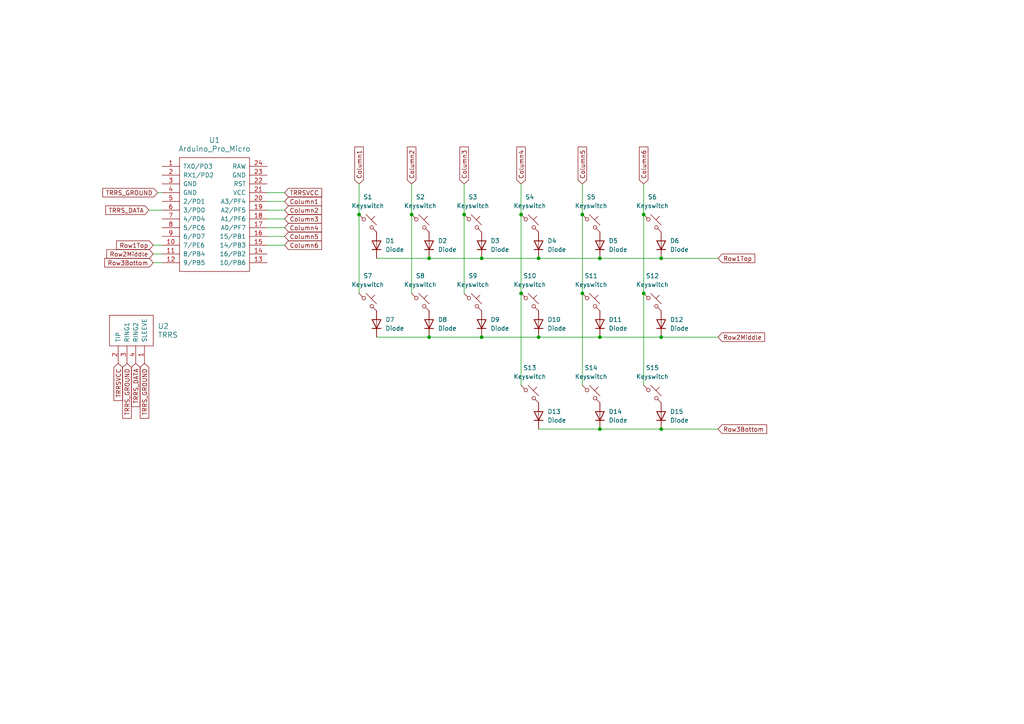
<source format=kicad_sch>
(kicad_sch (version 20231120) (generator "eeschema") (generator_version "8.0")
  (paper "A4")
  (lib_symbols
    (symbol "ScottoKeebs:MCU_Arduino_Pro_Micro" (pin_names (offset 1.016))
      (property "Reference" "U" (at 0 0 0))
      (property "Value" "Arduino_Pro_Micro" (at 0 -19.05 0))
      (symbol "MCU_Arduino_Pro_Micro_0_1"
        (rectangle (start -10.16 16.51) (end 10.16 -16.51))
      )
      (symbol "MCU_Arduino_Pro_Micro_1_1"
        (pin input line (at -15.24 13.97 0) (length 5.08) (name "TX0/PD3") (number "1"))
        (pin input line (at -15.24 -8.89 0) (length 5.08) (name "7/PE6") (number "10"))
        (pin input line (at -15.24 -11.43 0) (length 5.08) (name "8/PB4") (number "11"))
        (pin input line (at -15.24 -13.97 0) (length 5.08) (name "9/PB5") (number "12"))
        (pin input line (at 15.24 -13.97 180) (length 5.08) (name "10/PB6") (number "13"))
        (pin input line (at 15.24 -11.43 180) (length 5.08) (name "16/PB2") (number "14"))
        (pin input line (at 15.24 -8.89 180) (length 5.08) (name "14/PB3") (number "15"))
        (pin input line (at 15.24 -6.35 180) (length 5.08) (name "15/PB1") (number "16"))
        (pin input line (at 15.24 -3.81 180) (length 5.08) (name "A0/PF7") (number "17"))
        (pin input line (at 15.24 -1.27 180) (length 5.08) (name "A1/PF6") (number "18"))
        (pin input line (at 15.24 1.27 180) (length 5.08) (name "A2/PF5") (number "19"))
        (pin input line (at -15.24 11.43 0) (length 5.08) (name "RX1/PD2") (number "2"))
        (pin input line (at 15.24 3.81 180) (length 5.08) (name "A3/PF4") (number "20"))
        (pin input line (at 15.24 6.35 180) (length 5.08) (name "VCC") (number "21"))
        (pin input line (at 15.24 8.89 180) (length 5.08) (name "RST") (number "22"))
        (pin input line (at 15.24 11.43 180) (length 5.08) (name "GND") (number "23"))
        (pin input line (at 15.24 13.97 180) (length 5.08) (name "RAW") (number "24"))
        (pin input line (at -15.24 8.89 0) (length 5.08) (name "GND") (number "3"))
        (pin input line (at -15.24 6.35 0) (length 5.08) (name "GND") (number "4"))
        (pin input line (at -15.24 3.81 0) (length 5.08) (name "2/PD1") (number "5"))
        (pin input line (at -15.24 1.27 0) (length 5.08) (name "3/PD0") (number "6"))
        (pin input line (at -15.24 -1.27 0) (length 5.08) (name "4/PD4") (number "7"))
        (pin input line (at -15.24 -3.81 0) (length 5.08) (name "5/PC6") (number "8"))
        (pin input line (at -15.24 -6.35 0) (length 5.08) (name "6/PD7") (number "9"))
      )
    )
    (symbol "ScottoKeebs:Placeholder_Diode" (pin_numbers hide) (pin_names hide)
      (property "Reference" "D" (at 0 2.54 0))
      (property "Value" "Diode" (at 0 -2.54 0))
      (symbol "Placeholder_Diode_0_1"
        (polyline (pts (xy -1.27 1.27) (xy -1.27 -1.27)) (stroke (width 0.254)))
        (polyline (pts (xy 1.27 0) (xy -1.27 0)))
        (polyline (pts (xy 1.27 1.27) (xy 1.27 -1.27) (xy -1.27 0) (xy 1.27 1.27)) (stroke (width 0.254)))
      )
      (symbol "Placeholder_Diode_1_1"
        (pin passive line (at -3.81 0 0) (length 2.54) (name "K") (number "1"))
        (pin passive line (at 3.81 0 180) (length 2.54) (name "A") (number "2"))
      )
    )
    (symbol "ScottoKeebs:Placeholder_Keyswitch" (pin_numbers hide) (pin_names (offset 1.016) hide)
      (property "Reference" "S" (at 3.048 1.016 0))
      (property "Value" "Keyswitch" (at 0 -3.81 0))
      (symbol "Placeholder_Keyswitch_0_1"
        (circle (center -1.1684 1.1684) (radius 0.508))
        (polyline (pts (xy -0.508 2.54) (xy 2.54 -0.508)))
        (polyline (pts (xy 1.016 1.016) (xy 2.032 2.032)))
        (polyline (pts (xy -2.54 2.54) (xy -1.524 1.524) (xy -1.524 1.524)))
        (polyline (pts (xy 1.524 -1.524) (xy 2.54 -2.54) (xy 2.54 -2.54) (xy 2.54 -2.54)))
        (circle (center 1.143 -1.1938) (radius 0.508))
        (pin passive line (at -2.54 2.54 0) (length 0) (name "1") (number "1"))
        (pin passive line (at 2.54 -2.54 180) (length 0) (name "2") (number "2"))
      )
    )
    (symbol "ScottoKeebs:Placeholder_TRRS" (pin_names (offset 1.016))
      (property "Reference" "U" (at 0 15.24 0))
      (property "Value" "TRRS" (at 0 -2.54 0))
      (symbol "Placeholder_TRRS_0_1"
        (rectangle (start -3.81 0) (end -3.81 12.7))
        (rectangle (start -3.81 0) (end 5.08 0))
        (rectangle (start -3.81 12.7) (end 5.08 12.7))
        (rectangle (start 5.08 12.7) (end 5.08 0))
      )
      (symbol "Placeholder_TRRS_1_1"
        (pin input line (at -8.89 2.54 0) (length 5.08) (name "SLEEVE") (number "1"))
        (pin input line (at -8.89 10.16 0) (length 5.08) (name "TIP") (number "2"))
        (pin input line (at -8.89 7.62 0) (length 5.08) (name "RING1") (number "3"))
        (pin input line (at -8.89 5.08 0) (length 5.08) (name "RING2") (number "4"))
      )
    )
  )
  (junction (at 191.77 124.46))
  (junction (at 168.91 62.23))
  (junction (at 191.77 97.79))
  (junction (at 134.62 62.23))
  (junction (at 124.46 97.79))
  (junction (at 173.99 124.46))
  (junction (at 186.69 85.09))
  (junction (at 151.13 62.23))
  (junction (at 186.69 62.23))
  (junction (at 156.21 74.93))
  (junction (at 156.21 97.79))
  (junction (at 119.38 62.23))
  (junction (at 151.13 85.09))
  (junction (at 139.7 74.93))
  (junction (at 124.46 74.93))
  (junction (at 104.14 62.23))
  (junction (at 191.77 74.93))
  (junction (at 173.99 97.79))
  (junction (at 139.7 97.79))
  (junction (at 168.91 85.09))
  (junction (at 173.99 74.93))
  (wire (pts (xy 134.62 53.34) (xy 134.62 62.23)))
  (wire (pts (xy 82.55 63.5) (xy 77.47 63.5)))
  (wire (pts (xy 208.28 124.46) (xy 191.77 124.46)))
  (wire (pts (xy 173.99 74.93) (xy 191.77 74.93)))
  (wire (pts (xy 134.62 62.23) (xy 134.62 85.09)))
  (wire (pts (xy 168.91 53.34) (xy 168.91 62.23)))
  (wire (pts (xy 173.99 97.79) (xy 191.77 97.79)))
  (wire (pts (xy 43.18 60.96) (xy 46.99 60.96)))
  (wire (pts (xy 124.46 97.79) (xy 139.7 97.79)))
  (wire (pts (xy 45.72 55.88) (xy 46.99 55.88)))
  (wire (pts (xy 109.22 97.79) (xy 124.46 97.79)))
  (wire (pts (xy 119.38 53.34) (xy 119.38 62.23)))
  (wire (pts (xy 82.55 55.88) (xy 77.47 55.88)))
  (wire (pts (xy 139.7 97.79) (xy 156.21 97.79)))
  (wire (pts (xy 151.13 53.34) (xy 151.13 62.23)))
  (wire (pts (xy 124.46 74.93) (xy 139.7 74.93)))
  (wire (pts (xy 173.99 124.46) (xy 191.77 124.46)))
  (wire (pts (xy 104.14 53.34) (xy 104.14 62.23)))
  (wire (pts (xy 44.45 73.66) (xy 46.99 73.66)))
  (wire (pts (xy 156.21 74.93) (xy 173.99 74.93)))
  (wire (pts (xy 156.21 124.46) (xy 173.99 124.46)))
  (wire (pts (xy 151.13 62.23) (xy 151.13 85.09)))
  (wire (pts (xy 208.28 97.79) (xy 191.77 97.79)))
  (wire (pts (xy 186.69 85.09) (xy 186.69 111.76)))
  (wire (pts (xy 186.69 62.23) (xy 186.69 85.09)))
  (wire (pts (xy 186.69 53.34) (xy 186.69 62.23)))
  (wire (pts (xy 156.21 97.79) (xy 173.99 97.79)))
  (wire (pts (xy 82.55 68.58) (xy 77.47 68.58)))
  (wire (pts (xy 168.91 85.09) (xy 168.91 111.76)))
  (wire (pts (xy 82.55 58.42) (xy 77.47 58.42)))
  (wire (pts (xy 139.7 74.93) (xy 156.21 74.93)))
  (wire (pts (xy 44.45 76.2) (xy 46.99 76.2)))
  (wire (pts (xy 82.55 60.96) (xy 77.47 60.96)))
  (wire (pts (xy 82.55 71.12) (xy 77.47 71.12)))
  (wire (pts (xy 82.55 66.04) (xy 77.47 66.04)))
  (wire (pts (xy 44.45 71.12) (xy 46.99 71.12)))
  (wire (pts (xy 119.38 62.23) (xy 119.38 85.09)))
  (wire (pts (xy 208.28 74.93) (xy 191.77 74.93)))
  (wire (pts (xy 109.22 74.93) (xy 124.46 74.93)))
  (wire (pts (xy 151.13 85.09) (xy 151.13 111.76)))
  (wire (pts (xy 104.14 62.23) (xy 104.14 85.09)))
  (wire (pts (xy 168.91 62.23) (xy 168.91 85.09)))
  (global_label "TRRSVCC" (shape input) (at 34.29 105.41 270) (property "Intersheetrefs" "${INTERSHEET_REFS}" (effects (hide yes))))
  (global_label "Row3Bottom" (shape input) (at 208.28 124.46 0) (property "Intersheetrefs" "${INTERSHEET_REFS}" (effects (hide yes))))
  (global_label "Column4" (shape input) (at 151.13 53.34 90) (property "Intersheetrefs" "${INTERSHEET_REFS}" (effects (hide yes))))
  (global_label "Row1Top" (shape input) (at 44.45 71.12 180) (property "Intersheetrefs" "${INTERSHEET_REFS}" (effects (hide yes))))
  (global_label "Row2Middle" (shape input) (at 208.28 97.79 0) (property "Intersheetrefs" "${INTERSHEET_REFS}" (effects (hide yes))))
  (global_label "Column3" (shape input) (at 82.55 63.5 0) (property "Intersheetrefs" "${INTERSHEET_REFS}" (effects (hide yes))))
  (global_label "Row1Top" (shape input) (at 208.28 74.93 0) (property "Intersheetrefs" "${INTERSHEET_REFS}" (effects (hide yes))))
  (global_label "TRRS_DATA" (shape input) (at 39.37 105.41 270) (property "Intersheetrefs" "${INTERSHEET_REFS}" (effects (hide yes))))
  (global_label "Row2Middle" (shape input) (at 44.45 73.66 180) (property "Intersheetrefs" "${INTERSHEET_REFS}" (effects (hide yes))))
  (global_label "Column6" (shape input) (at 82.55 71.12 0) (property "Intersheetrefs" "${INTERSHEET_REFS}" (effects (hide yes))))
  (global_label "TRRSVCC" (shape input) (at 82.55 55.88 0) (property "Intersheetrefs" "${INTERSHEET_REFS}" (effects (hide yes))))
  (global_label "Column2" (shape input) (at 119.38 53.34 90) (property "Intersheetrefs" "${INTERSHEET_REFS}" (effects (hide yes))))
  (global_label "Column2" (shape input) (at 82.55 60.96 0) (property "Intersheetrefs" "${INTERSHEET_REFS}" (effects (hide yes))))
  (global_label "Column4" (shape input) (at 82.55 66.04 0) (property "Intersheetrefs" "${INTERSHEET_REFS}" (effects (hide yes))))
  (global_label "TRRS_GROUND" (shape input) (at 45.72 55.88 180) (property "Intersheetrefs" "${INTERSHEET_REFS}" (effects (hide yes))))
  (global_label "Column5" (shape input) (at 82.55 68.58 0) (property "Intersheetrefs" "${INTERSHEET_REFS}" (effects (hide yes))))
  (global_label "Column3" (shape input) (at 134.62 53.34 90) (property "Intersheetrefs" "${INTERSHEET_REFS}" (effects (hide yes))))
  (global_label "Column6" (shape input) (at 186.69 53.34 90) (property "Intersheetrefs" "${INTERSHEET_REFS}" (effects (hide yes))))
  (global_label "Column1" (shape input) (at 104.14 53.34 90) (property "Intersheetrefs" "${INTERSHEET_REFS}" (effects (hide yes))))
  (global_label "TRRS_DATA" (shape input) (at 43.18 60.96 180) (property "Intersheetrefs" "${INTERSHEET_REFS}" (effects (hide yes))))
  (global_label "TRRS_GROUND" (shape input) (at 41.91 105.41 270) (property "Intersheetrefs" "${INTERSHEET_REFS}" (effects (hide yes))))
  (global_label "Column1" (shape input) (at 82.55 58.42 0) (property "Intersheetrefs" "${INTERSHEET_REFS}" (effects (hide yes))))
  (global_label "TRRS_GROUND" (shape input) (at 36.83 105.41 270) (property "Intersheetrefs" "${INTERSHEET_REFS}" (effects (hide yes))))
  (global_label "Column5" (shape input) (at 168.91 53.34 90) (property "Intersheetrefs" "${INTERSHEET_REFS}" (effects (hide yes))))
  (global_label "Row3Bottom" (shape input) (at 44.45 76.2 180) (property "Intersheetrefs" "${INTERSHEET_REFS}" (effects (hide yes))))
  (symbol (lib_id "ScottoKeebs:Placeholder_Keyswitch") (at 171.45 64.77 0) (unit 1)
    (property "Reference" "S5" (at 171.45 57.15 0))
    (property "Value" "Keyswitch" (at 171.45 59.69 0))
    (property "Footprint" "ScottoKeebs_Choc:Choc_V2_1.00u" (effects (hide yes)))
    (property "Description" "Push button switch, normally open, two pins, 45° tilted" (effects (hide yes)))
  )
  (symbol (lib_id "ScottoKeebs:Placeholder_Diode") (at 173.99 120.65 90) (unit 1)
    (property "Reference" "D14" (at 176.53 119.3799 90) (effects (justify right)))
    (property "Value" "Diode" (at 176.53 121.9199 90) (effects (justify right)))
    (property "Footprint" "ScottoKeebs_Components:Diode_DO-35" (effects (hide yes)))
    (property "Description" "1N4148 (DO-35) or 1N4148W (SOD-123)" (effects (hide yes)))
    (property "Sim.Device" "D" (effects (hide yes)))
    (property "Sim.Pins" "1=K 2=A" (effects (hide yes)))
  )
  (symbol (lib_id "ScottoKeebs:Placeholder_Keyswitch") (at 171.45 87.63 0) (unit 1)
    (property "Reference" "S11" (at 171.45 80.01 0))
    (property "Value" "Keyswitch" (at 171.45 82.55 0))
    (property "Footprint" "ScottoKeebs_Choc:Choc_V2_1.00u" (effects (hide yes)))
    (property "Description" "Push button switch, normally open, two pins, 45° tilted" (effects (hide yes)))
  )
  (symbol (lib_id "ScottoKeebs:Placeholder_Diode") (at 139.7 93.98 90) (unit 1)
    (property "Reference" "D9" (at 142.24 92.7099 90) (effects (justify right)))
    (property "Value" "Diode" (at 142.24 95.2499 90) (effects (justify right)))
    (property "Footprint" "ScottoKeebs_Components:Diode_DO-35" (effects (hide yes)))
    (property "Description" "1N4148 (DO-35) or 1N4148W (SOD-123)" (effects (hide yes)))
    (property "Sim.Device" "D" (effects (hide yes)))
    (property "Sim.Pins" "1=K 2=A" (effects (hide yes)))
  )
  (symbol (lib_id "ScottoKeebs:Placeholder_Keyswitch") (at 106.68 64.77 0) (unit 1)
    (property "Reference" "S1" (at 106.68 57.15 0))
    (property "Value" "Keyswitch" (at 106.68 59.69 0))
    (property "Footprint" "ScottoKeebs_Choc:Choc_V2_1.00u" (effects (hide yes)))
    (property "Description" "Push button switch, normally open, two pins, 45° tilted" (effects (hide yes)))
  )
  (symbol (lib_id "ScottoKeebs:Placeholder_Keyswitch") (at 121.92 87.63 0) (unit 1)
    (property "Reference" "S8" (at 121.92 80.01 0))
    (property "Value" "Keyswitch" (at 121.92 82.55 0))
    (property "Footprint" "ScottoKeebs_Choc:Choc_V2_1.00u" (effects (hide yes)))
    (property "Description" "Push button switch, normally open, two pins, 45° tilted" (effects (hide yes)))
  )
  (symbol (lib_id "ScottoKeebs:Placeholder_Keyswitch") (at 137.16 87.63 0) (unit 1)
    (property "Reference" "S9" (at 137.16 80.01 0))
    (property "Value" "Keyswitch" (at 137.16 82.55 0))
    (property "Footprint" "ScottoKeebs_Choc:Choc_V2_1.00u" (effects (hide yes)))
    (property "Description" "Push button switch, normally open, two pins, 45° tilted" (effects (hide yes)))
  )
  (symbol (lib_id "ScottoKeebs:MCU_Arduino_Pro_Micro") (at 62.23 62.23 0) (unit 1)
    (property "Reference" "U1" (at 62.23 40.64 0) (effects (font (size 1.524 1.524))))
    (property "Value" "Arduino_Pro_Micro" (at 62.23 43.18 0) (effects (font (size 1.524 1.524))))
    (property "Footprint" "ScottoKeebs_MCU:Arduino_Pro_Micro" (effects (hide yes)))
  )
  (symbol (lib_id "ScottoKeebs:Placeholder_Diode") (at 139.7 71.12 90) (unit 1)
    (property "Reference" "D3" (at 142.24 69.8499 90) (effects (justify right)))
    (property "Value" "Diode" (at 142.24 72.3899 90) (effects (justify right)))
    (property "Footprint" "ScottoKeebs_Components:Diode_DO-35" (effects (hide yes)))
    (property "Description" "1N4148 (DO-35) or 1N4148W (SOD-123)" (effects (hide yes)))
    (property "Sim.Device" "D" (effects (hide yes)))
    (property "Sim.Pins" "1=K 2=A" (effects (hide yes)))
  )
  (symbol (lib_id "ScottoKeebs:Placeholder_Diode") (at 109.22 93.98 90) (unit 1)
    (property "Reference" "D7" (at 111.76 92.7099 90) (effects (justify right)))
    (property "Value" "Diode" (at 111.76 95.2499 90) (effects (justify right)))
    (property "Footprint" "ScottoKeebs_Components:Diode_DO-35" (effects (hide yes)))
    (property "Description" "1N4148 (DO-35) or 1N4148W (SOD-123)" (effects (hide yes)))
    (property "Sim.Device" "D" (effects (hide yes)))
    (property "Sim.Pins" "1=K 2=A" (effects (hide yes)))
  )
  (symbol (lib_id "ScottoKeebs:Placeholder_Diode") (at 109.22 71.12 90) (unit 1)
    (property "Reference" "D1" (at 111.76 69.8499 90) (effects (justify right)))
    (property "Value" "Diode" (at 111.76 72.3899 90) (effects (justify right)))
    (property "Footprint" "ScottoKeebs_Components:Diode_DO-35" (effects (hide yes)))
    (property "Description" "1N4148 (DO-35) or 1N4148W (SOD-123)" (effects (hide yes)))
    (property "Sim.Device" "D" (effects (hide yes)))
    (property "Sim.Pins" "1=K 2=A" (effects (hide yes)))
  )
  (symbol (lib_id "ScottoKeebs:Placeholder_Diode") (at 156.21 93.98 90) (unit 1)
    (property "Reference" "D10" (at 158.75 92.7099 90) (effects (justify right)))
    (property "Value" "Diode" (at 158.75 95.2499 90) (effects (justify right)))
    (property "Footprint" "ScottoKeebs_Components:Diode_DO-35" (effects (hide yes)))
    (property "Description" "1N4148 (DO-35) or 1N4148W (SOD-123)" (effects (hide yes)))
    (property "Sim.Device" "D" (effects (hide yes)))
    (property "Sim.Pins" "1=K 2=A" (effects (hide yes)))
  )
  (symbol (lib_id "ScottoKeebs:Placeholder_Diode") (at 156.21 120.65 90) (unit 1)
    (property "Reference" "D13" (at 158.75 119.3799 90) (effects (justify right)))
    (property "Value" "Diode" (at 158.75 121.9199 90) (effects (justify right)))
    (property "Footprint" "ScottoKeebs_Components:Diode_DO-35" (effects (hide yes)))
    (property "Description" "1N4148 (DO-35) or 1N4148W (SOD-123)" (effects (hide yes)))
    (property "Sim.Device" "D" (effects (hide yes)))
    (property "Sim.Pins" "1=K 2=A" (effects (hide yes)))
  )
  (symbol (lib_id "ScottoKeebs:Placeholder_Keyswitch") (at 189.23 64.77 0) (unit 1)
    (property "Reference" "S6" (at 189.23 57.15 0))
    (property "Value" "Keyswitch" (at 189.23 59.69 0))
    (property "Footprint" "ScottoKeebs_Choc:Choc_V2_1.00u" (effects (hide yes)))
    (property "Description" "Push button switch, normally open, two pins, 45° tilted" (effects (hide yes)))
  )
  (symbol (lib_id "ScottoKeebs:Placeholder_Keyswitch") (at 189.23 114.3 0) (unit 1)
    (property "Reference" "S15" (at 189.23 106.68 0))
    (property "Value" "Keyswitch" (at 189.23 109.22 0))
    (property "Footprint" "ScottoKeebs_Choc:Choc_V2_1.00u" (effects (hide yes)))
    (property "Description" "Push button switch, normally open, two pins, 45° tilted" (effects (hide yes)))
  )
  (symbol (lib_id "ScottoKeebs:Placeholder_Diode") (at 124.46 93.98 90) (unit 1)
    (property "Reference" "D8" (at 127 92.7099 90) (effects (justify right)))
    (property "Value" "Diode" (at 127 95.2499 90) (effects (justify right)))
    (property "Footprint" "ScottoKeebs_Components:Diode_DO-35" (effects (hide yes)))
    (property "Description" "1N4148 (DO-35) or 1N4148W (SOD-123)" (effects (hide yes)))
    (property "Sim.Device" "D" (effects (hide yes)))
    (property "Sim.Pins" "1=K 2=A" (effects (hide yes)))
  )
  (symbol (lib_id "ScottoKeebs:Placeholder_Keyswitch") (at 153.67 114.3 0) (unit 1)
    (property "Reference" "S13" (at 153.67 106.68 0))
    (property "Value" "Keyswitch" (at 153.67 109.22 0))
    (property "Footprint" "ScottoKeebs_Choc:Choc_V2_1.00u" (effects (hide yes)))
    (property "Description" "Push button switch, normally open, two pins, 45° tilted" (effects (hide yes)))
  )
  (symbol (lib_id "ScottoKeebs:Placeholder_Keyswitch") (at 189.23 87.63 0) (unit 1)
    (property "Reference" "S12" (at 189.23 80.01 0))
    (property "Value" "Keyswitch" (at 189.23 82.55 0))
    (property "Footprint" "ScottoKeebs_Choc:Choc_V2_1.00u" (effects (hide yes)))
    (property "Description" "Push button switch, normally open, two pins, 45° tilted" (effects (hide yes)))
  )
  (symbol (lib_id "ScottoKeebs:Placeholder_Diode") (at 156.21 71.12 90) (unit 1)
    (property "Reference" "D4" (at 158.75 69.8499 90) (effects (justify right)))
    (property "Value" "Diode" (at 158.75 72.3899 90) (effects (justify right)))
    (property "Footprint" "ScottoKeebs_Components:Diode_DO-35" (effects (hide yes)))
    (property "Description" "1N4148 (DO-35) or 1N4148W (SOD-123)" (effects (hide yes)))
    (property "Sim.Device" "D" (effects (hide yes)))
    (property "Sim.Pins" "1=K 2=A" (effects (hide yes)))
  )
  (symbol (lib_id "ScottoKeebs:Placeholder_Diode") (at 191.77 120.65 90) (unit 1)
    (property "Reference" "D15" (at 194.31 119.3799 90) (effects (justify right)))
    (property "Value" "Diode" (at 194.31 121.9199 90) (effects (justify right)))
    (property "Footprint" "ScottoKeebs_Components:Diode_DO-35" (effects (hide yes)))
    (property "Description" "1N4148 (DO-35) or 1N4148W (SOD-123)" (effects (hide yes)))
    (property "Sim.Device" "D" (effects (hide yes)))
    (property "Sim.Pins" "1=K 2=A" (effects (hide yes)))
  )
  (symbol (lib_id "ScottoKeebs:Placeholder_Diode") (at 191.77 71.12 90) (unit 1)
    (property "Reference" "D6" (at 194.31 69.8499 90) (effects (justify right)))
    (property "Value" "Diode" (at 194.31 72.3899 90) (effects (justify right)))
    (property "Footprint" "ScottoKeebs_Components:Diode_DO-35" (effects (hide yes)))
    (property "Description" "1N4148 (DO-35) or 1N4148W (SOD-123)" (effects (hide yes)))
    (property "Sim.Device" "D" (effects (hide yes)))
    (property "Sim.Pins" "1=K 2=A" (effects (hide yes)))
  )
  (symbol (lib_id "ScottoKeebs:Placeholder_Keyswitch") (at 171.45 114.3 0) (unit 1)
    (property "Reference" "S14" (at 171.45 106.68 0))
    (property "Value" "Keyswitch" (at 171.45 109.22 0))
    (property "Footprint" "ScottoKeebs_Choc:Choc_V2_1.00u" (effects (hide yes)))
    (property "Description" "Push button switch, normally open, two pins, 45° tilted" (effects (hide yes)))
  )
  (symbol (lib_id "ScottoKeebs:Placeholder_TRRS") (at 44.45 96.52 90) (unit 1)
    (property "Reference" "U2" (at 45.72 94.6149 90) (effects (font (size 1.524 1.524)) (justify right)))
    (property "Value" "TRRS" (at 45.72 97.1549 90) (effects (font (size 1.524 1.524)) (justify right)))
    (property "Footprint" "ScottoKeebs_Components:TRRS_PJ-320A" (effects (hide yes)))
  )
  (symbol (lib_id "ScottoKeebs:Placeholder_Keyswitch") (at 153.67 64.77 0) (unit 1)
    (property "Reference" "S4" (at 153.67 57.15 0))
    (property "Value" "Keyswitch" (at 153.67 59.69 0))
    (property "Footprint" "ScottoKeebs_Choc:Choc_V2_1.00u" (effects (hide yes)))
    (property "Description" "Push button switch, normally open, two pins, 45° tilted" (effects (hide yes)))
  )
  (symbol (lib_id "ScottoKeebs:Placeholder_Keyswitch") (at 137.16 64.77 0) (unit 1)
    (property "Reference" "S3" (at 137.16 57.15 0))
    (property "Value" "Keyswitch" (at 137.16 59.69 0))
    (property "Footprint" "ScottoKeebs_Choc:Choc_V2_1.00u" (effects (hide yes)))
    (property "Description" "Push button switch, normally open, two pins, 45° tilted" (effects (hide yes)))
  )
  (symbol (lib_id "ScottoKeebs:Placeholder_Diode") (at 173.99 93.98 90) (unit 1)
    (property "Reference" "D11" (at 176.53 92.7099 90) (effects (justify right)))
    (property "Value" "Diode" (at 176.53 95.2499 90) (effects (justify right)))
    (property "Footprint" "ScottoKeebs_Components:Diode_DO-35" (effects (hide yes)))
    (property "Description" "1N4148 (DO-35) or 1N4148W (SOD-123)" (effects (hide yes)))
    (property "Sim.Device" "D" (effects (hide yes)))
    (property "Sim.Pins" "1=K 2=A" (effects (hide yes)))
  )
  (symbol (lib_id "ScottoKeebs:Placeholder_Keyswitch") (at 153.67 87.63 0) (unit 1)
    (property "Reference" "S10" (at 153.67 80.01 0))
    (property "Value" "Keyswitch" (at 153.67 82.55 0))
    (property "Footprint" "ScottoKeebs_Choc:Choc_V2_1.00u" (effects (hide yes)))
    (property "Description" "Push button switch, normally open, two pins, 45° tilted" (effects (hide yes)))
  )
  (symbol (lib_id "ScottoKeebs:Placeholder_Diode") (at 173.99 71.12 90) (unit 1)
    (property "Reference" "D5" (at 176.53 69.8499 90) (effects (justify right)))
    (property "Value" "Diode" (at 176.53 72.3899 90) (effects (justify right)))
    (property "Footprint" "ScottoKeebs_Components:Diode_DO-35" (effects (hide yes)))
    (property "Description" "1N4148 (DO-35) or 1N4148W (SOD-123)" (effects (hide yes)))
    (property "Sim.Device" "D" (effects (hide yes)))
    (property "Sim.Pins" "1=K 2=A" (effects (hide yes)))
  )
  (symbol (lib_id "ScottoKeebs:Placeholder_Diode") (at 124.46 71.12 90) (unit 1)
    (property "Reference" "D2" (at 127 69.8499 90) (effects (justify right)))
    (property "Value" "Diode" (at 127 72.3899 90) (effects (justify right)))
    (property "Footprint" "ScottoKeebs_Components:Diode_DO-35" (effects (hide yes)))
    (property "Description" "1N4148 (DO-35) or 1N4148W (SOD-123)" (effects (hide yes)))
    (property "Sim.Device" "D" (effects (hide yes)))
    (property "Sim.Pins" "1=K 2=A" (effects (hide yes)))
  )
  (symbol (lib_id "ScottoKeebs:Placeholder_Keyswitch") (at 121.92 64.77 0) (unit 1)
    (property "Reference" "S2" (at 121.92 57.15 0))
    (property "Value" "Keyswitch" (at 121.92 59.69 0))
    (property "Footprint" "ScottoKeebs_Choc:Choc_V2_1.00u" (effects (hide yes)))
    (property "Description" "Push button switch, normally open, two pins, 45° tilted" (effects (hide yes)))
  )
  (symbol (lib_id "ScottoKeebs:Placeholder_Keyswitch") (at 106.68 87.63 0) (unit 1)
    (property "Reference" "S7" (at 106.68 80.01 0))
    (property "Value" "Keyswitch" (at 106.68 82.55 0))
    (property "Footprint" "ScottoKeebs_Choc:Choc_V2_1.00u" (effects (hide yes)))
    (property "Description" "Push button switch, normally open, two pins, 45° tilted" (effects (hide yes)))
  )
  (symbol (lib_id "ScottoKeebs:Placeholder_Diode") (at 191.77 93.98 90) (unit 1)
    (property "Reference" "D12" (at 194.31 92.7099 90) (effects (justify right)))
    (property "Value" "Diode" (at 194.31 95.2499 90) (effects (justify right)))
    (property "Footprint" "ScottoKeebs_Components:Diode_DO-35" (effects (hide yes)))
    (property "Description" "1N4148 (DO-35) or 1N4148W (SOD-123)" (effects (hide yes)))
    (property "Sim.Device" "D" (effects (hide yes)))
    (property "Sim.Pins" "1=K 2=A" (effects (hide yes)))
  )
)
</source>
